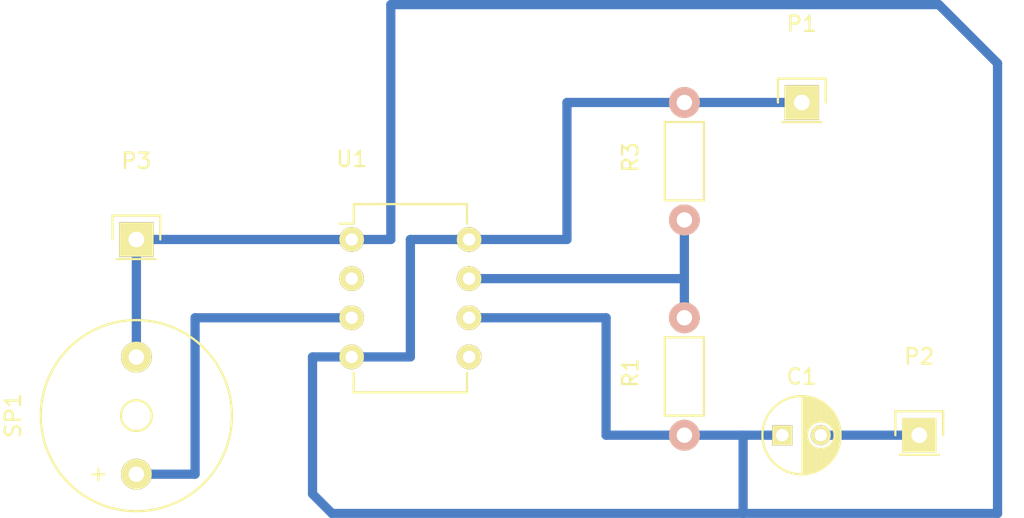
<source format=kicad_pcb>
(kicad_pcb (version 4) (host pcbnew 4.0.3-stable)

  (general
    (links 10)
    (no_connects 4)
    (area 110.364859 78.07488 190.485001 136.955)
    (thickness 1.6)
    (drawings 0)
    (tracks 33)
    (zones 0)
    (modules 8)
    (nets 6)
  )

  (page A4)
  (layers
    (0 F.Cu signal)
    (31 B.Cu signal)
    (32 B.Adhes user)
    (33 F.Adhes user)
    (34 B.Paste user)
    (35 F.Paste user)
    (36 B.SilkS user)
    (37 F.SilkS user)
    (38 B.Mask user)
    (39 F.Mask user)
    (40 Dwgs.User user)
    (41 Cmts.User user)
    (42 Eco1.User user)
    (43 Eco2.User user)
    (44 Edge.Cuts user)
    (45 Margin user)
    (46 B.CrtYd user)
    (47 F.CrtYd user)
    (48 B.Fab user)
    (49 F.Fab user)
  )

  (setup
    (last_trace_width 0.6)
    (trace_clearance 0.3)
    (zone_clearance 0.508)
    (zone_45_only no)
    (trace_min 0.3)
    (segment_width 0.2)
    (edge_width 0.15)
    (via_size 0.6)
    (via_drill 0.4)
    (via_min_size 0.4)
    (via_min_drill 0.3)
    (uvia_size 0.3)
    (uvia_drill 0.1)
    (uvias_allowed no)
    (uvia_min_size 0.2)
    (uvia_min_drill 0.1)
    (pcb_text_width 0.3)
    (pcb_text_size 1.5 1.5)
    (mod_edge_width 0.15)
    (mod_text_size 1 1)
    (mod_text_width 0.15)
    (pad_size 1.524 1.524)
    (pad_drill 0.762)
    (pad_to_mask_clearance 0.2)
    (aux_axis_origin 0 0)
    (visible_elements FFFFF77F)
    (pcbplotparams
      (layerselection 0x00030_80000001)
      (usegerberextensions false)
      (excludeedgelayer true)
      (linewidth 0.100000)
      (plotframeref false)
      (viasonmask false)
      (mode 1)
      (useauxorigin false)
      (hpglpennumber 1)
      (hpglpenspeed 20)
      (hpglpendiameter 15)
      (hpglpenoverlay 2)
      (psnegative false)
      (psa4output false)
      (plotreference true)
      (plotvalue true)
      (plotinvisibletext false)
      (padsonsilk false)
      (subtractmaskfromsilk false)
      (outputformat 1)
      (mirror false)
      (drillshape 1)
      (scaleselection 1)
      (outputdirectory ""))
  )

  (net 0 "")
  (net 1 "Net-(C1-Pad1)")
  (net 2 "Net-(C1-Pad2)")
  (net 3 "Net-(P1-Pad1)")
  (net 4 "Net-(P3-Pad1)")
  (net 5 "Net-(R1-Pad2)")

  (net_class Default "This is the default net class."
    (clearance 0.3)
    (trace_width 0.6)
    (via_dia 0.6)
    (via_drill 0.4)
    (uvia_dia 0.3)
    (uvia_drill 0.1)
    (add_net "Net-(C1-Pad1)")
    (add_net "Net-(C1-Pad2)")
    (add_net "Net-(P1-Pad1)")
    (add_net "Net-(P3-Pad1)")
    (add_net "Net-(R1-Pad2)")
  )

  (module Capacitors_ThroughHole:C_Radial_D5_L6_P2.5 (layer F.Cu) (tedit 0) (tstamp 57E6A168)
    (at 168.91 105.41)
    (descr "Radial Electrolytic Capacitor Diameter 5mm x Length 6mm, Pitch 2.5mm")
    (tags "Electrolytic Capacitor")
    (path /57E6A4FB)
    (fp_text reference C1 (at 1.25 -3.8) (layer F.SilkS)
      (effects (font (size 1 1) (thickness 0.15)))
    )
    (fp_text value CAP (at 1.25 3.8) (layer F.Fab)
      (effects (font (size 1 1) (thickness 0.15)))
    )
    (fp_line (start 1.325 -2.499) (end 1.325 2.499) (layer F.SilkS) (width 0.15))
    (fp_line (start 1.465 -2.491) (end 1.465 2.491) (layer F.SilkS) (width 0.15))
    (fp_line (start 1.605 -2.475) (end 1.605 -0.095) (layer F.SilkS) (width 0.15))
    (fp_line (start 1.605 0.095) (end 1.605 2.475) (layer F.SilkS) (width 0.15))
    (fp_line (start 1.745 -2.451) (end 1.745 -0.49) (layer F.SilkS) (width 0.15))
    (fp_line (start 1.745 0.49) (end 1.745 2.451) (layer F.SilkS) (width 0.15))
    (fp_line (start 1.885 -2.418) (end 1.885 -0.657) (layer F.SilkS) (width 0.15))
    (fp_line (start 1.885 0.657) (end 1.885 2.418) (layer F.SilkS) (width 0.15))
    (fp_line (start 2.025 -2.377) (end 2.025 -0.764) (layer F.SilkS) (width 0.15))
    (fp_line (start 2.025 0.764) (end 2.025 2.377) (layer F.SilkS) (width 0.15))
    (fp_line (start 2.165 -2.327) (end 2.165 -0.835) (layer F.SilkS) (width 0.15))
    (fp_line (start 2.165 0.835) (end 2.165 2.327) (layer F.SilkS) (width 0.15))
    (fp_line (start 2.305 -2.266) (end 2.305 -0.879) (layer F.SilkS) (width 0.15))
    (fp_line (start 2.305 0.879) (end 2.305 2.266) (layer F.SilkS) (width 0.15))
    (fp_line (start 2.445 -2.196) (end 2.445 -0.898) (layer F.SilkS) (width 0.15))
    (fp_line (start 2.445 0.898) (end 2.445 2.196) (layer F.SilkS) (width 0.15))
    (fp_line (start 2.585 -2.114) (end 2.585 -0.896) (layer F.SilkS) (width 0.15))
    (fp_line (start 2.585 0.896) (end 2.585 2.114) (layer F.SilkS) (width 0.15))
    (fp_line (start 2.725 -2.019) (end 2.725 -0.871) (layer F.SilkS) (width 0.15))
    (fp_line (start 2.725 0.871) (end 2.725 2.019) (layer F.SilkS) (width 0.15))
    (fp_line (start 2.865 -1.908) (end 2.865 -0.823) (layer F.SilkS) (width 0.15))
    (fp_line (start 2.865 0.823) (end 2.865 1.908) (layer F.SilkS) (width 0.15))
    (fp_line (start 3.005 -1.78) (end 3.005 -0.745) (layer F.SilkS) (width 0.15))
    (fp_line (start 3.005 0.745) (end 3.005 1.78) (layer F.SilkS) (width 0.15))
    (fp_line (start 3.145 -1.631) (end 3.145 -0.628) (layer F.SilkS) (width 0.15))
    (fp_line (start 3.145 0.628) (end 3.145 1.631) (layer F.SilkS) (width 0.15))
    (fp_line (start 3.285 -1.452) (end 3.285 -0.44) (layer F.SilkS) (width 0.15))
    (fp_line (start 3.285 0.44) (end 3.285 1.452) (layer F.SilkS) (width 0.15))
    (fp_line (start 3.425 -1.233) (end 3.425 1.233) (layer F.SilkS) (width 0.15))
    (fp_line (start 3.565 -0.944) (end 3.565 0.944) (layer F.SilkS) (width 0.15))
    (fp_line (start 3.705 -0.472) (end 3.705 0.472) (layer F.SilkS) (width 0.15))
    (fp_circle (center 2.5 0) (end 2.5 -0.9) (layer F.SilkS) (width 0.15))
    (fp_circle (center 1.25 0) (end 1.25 -2.5375) (layer F.SilkS) (width 0.15))
    (fp_circle (center 1.25 0) (end 1.25 -2.8) (layer F.CrtYd) (width 0.05))
    (pad 1 thru_hole rect (at 0 0) (size 1.3 1.3) (drill 0.8) (layers *.Cu *.Mask F.SilkS)
      (net 1 "Net-(C1-Pad1)"))
    (pad 2 thru_hole circle (at 2.5 0) (size 1.3 1.3) (drill 0.8) (layers *.Cu *.Mask F.SilkS)
      (net 2 "Net-(C1-Pad2)"))
    (model Capacitors_ThroughHole.3dshapes/C_Radial_D5_L6_P2.5.wrl
      (at (xyz 0.0492126 0 0))
      (scale (xyz 1 1 1))
      (rotate (xyz 0 0 90))
    )
  )

  (module Pin_Headers:Pin_Header_Straight_1x01 (layer F.Cu) (tedit 54EA08DC) (tstamp 57E6A16D)
    (at 170.18 83.82)
    (descr "Through hole pin header")
    (tags "pin header")
    (path /57E6AEE6)
    (fp_text reference P1 (at 0 -5.1) (layer F.SilkS)
      (effects (font (size 1 1) (thickness 0.15)))
    )
    (fp_text value "1 - CONN_01X01" (at 0 -3.1) (layer F.Fab)
      (effects (font (size 1 1) (thickness 0.15)))
    )
    (fp_line (start 1.55 -1.55) (end 1.55 0) (layer F.SilkS) (width 0.15))
    (fp_line (start -1.75 -1.75) (end -1.75 1.75) (layer F.CrtYd) (width 0.05))
    (fp_line (start 1.75 -1.75) (end 1.75 1.75) (layer F.CrtYd) (width 0.05))
    (fp_line (start -1.75 -1.75) (end 1.75 -1.75) (layer F.CrtYd) (width 0.05))
    (fp_line (start -1.75 1.75) (end 1.75 1.75) (layer F.CrtYd) (width 0.05))
    (fp_line (start -1.55 0) (end -1.55 -1.55) (layer F.SilkS) (width 0.15))
    (fp_line (start -1.55 -1.55) (end 1.55 -1.55) (layer F.SilkS) (width 0.15))
    (fp_line (start -1.27 1.27) (end 1.27 1.27) (layer F.SilkS) (width 0.15))
    (pad 1 thru_hole rect (at 0 0) (size 2.2352 2.2352) (drill 1.016) (layers *.Cu *.Mask F.SilkS)
      (net 3 "Net-(P1-Pad1)"))
    (model Pin_Headers.3dshapes/Pin_Header_Straight_1x01.wrl
      (at (xyz 0 0 0))
      (scale (xyz 1 1 1))
      (rotate (xyz 0 0 90))
    )
  )

  (module Pin_Headers:Pin_Header_Straight_1x01 (layer F.Cu) (tedit 54EA08DC) (tstamp 57E6A172)
    (at 177.8 105.41)
    (descr "Through hole pin header")
    (tags "pin header")
    (path /57E6D4BA)
    (fp_text reference P2 (at 0 -5.1) (layer F.SilkS)
      (effects (font (size 1 1) (thickness 0.15)))
    )
    (fp_text value "2 - CONN_01X01" (at 0 -3.1) (layer F.Fab)
      (effects (font (size 1 1) (thickness 0.15)))
    )
    (fp_line (start 1.55 -1.55) (end 1.55 0) (layer F.SilkS) (width 0.15))
    (fp_line (start -1.75 -1.75) (end -1.75 1.75) (layer F.CrtYd) (width 0.05))
    (fp_line (start 1.75 -1.75) (end 1.75 1.75) (layer F.CrtYd) (width 0.05))
    (fp_line (start -1.75 -1.75) (end 1.75 -1.75) (layer F.CrtYd) (width 0.05))
    (fp_line (start -1.75 1.75) (end 1.75 1.75) (layer F.CrtYd) (width 0.05))
    (fp_line (start -1.55 0) (end -1.55 -1.55) (layer F.SilkS) (width 0.15))
    (fp_line (start -1.55 -1.55) (end 1.55 -1.55) (layer F.SilkS) (width 0.15))
    (fp_line (start -1.27 1.27) (end 1.27 1.27) (layer F.SilkS) (width 0.15))
    (pad 1 thru_hole rect (at 0 0) (size 2.2352 2.2352) (drill 1.016) (layers *.Cu *.Mask F.SilkS)
      (net 2 "Net-(C1-Pad2)"))
    (model Pin_Headers.3dshapes/Pin_Header_Straight_1x01.wrl
      (at (xyz 0 0 0))
      (scale (xyz 1 1 1))
      (rotate (xyz 0 0 90))
    )
  )

  (module Pin_Headers:Pin_Header_Straight_1x01 (layer F.Cu) (tedit 54EA08DC) (tstamp 57E6A177)
    (at 127 92.71)
    (descr "Through hole pin header")
    (tags "pin header")
    (path /57E6D652)
    (fp_text reference P3 (at 0 -5.1) (layer F.SilkS)
      (effects (font (size 1 1) (thickness 0.15)))
    )
    (fp_text value "3 - CONN_01X01" (at 0 -3.1) (layer F.Fab)
      (effects (font (size 1 1) (thickness 0.15)))
    )
    (fp_line (start 1.55 -1.55) (end 1.55 0) (layer F.SilkS) (width 0.15))
    (fp_line (start -1.75 -1.75) (end -1.75 1.75) (layer F.CrtYd) (width 0.05))
    (fp_line (start 1.75 -1.75) (end 1.75 1.75) (layer F.CrtYd) (width 0.05))
    (fp_line (start -1.75 -1.75) (end 1.75 -1.75) (layer F.CrtYd) (width 0.05))
    (fp_line (start -1.75 1.75) (end 1.75 1.75) (layer F.CrtYd) (width 0.05))
    (fp_line (start -1.55 0) (end -1.55 -1.55) (layer F.SilkS) (width 0.15))
    (fp_line (start -1.55 -1.55) (end 1.55 -1.55) (layer F.SilkS) (width 0.15))
    (fp_line (start -1.27 1.27) (end 1.27 1.27) (layer F.SilkS) (width 0.15))
    (pad 1 thru_hole rect (at 0 0) (size 2.2352 2.2352) (drill 1.016) (layers *.Cu *.Mask F.SilkS)
      (net 4 "Net-(P3-Pad1)"))
    (model Pin_Headers.3dshapes/Pin_Header_Straight_1x01.wrl
      (at (xyz 0 0 0))
      (scale (xyz 1 1 1))
      (rotate (xyz 0 0 90))
    )
  )

  (module Resistors_ThroughHole:Resistor_Horizontal_RM7mm (layer F.Cu) (tedit 569FCF07) (tstamp 57E6A17D)
    (at 162.56 105.41 90)
    (descr "Resistor, Axial,  RM 7.62mm, 1/3W,")
    (tags "Resistor Axial RM 7.62mm 1/3W R3")
    (path /57E6A4FA)
    (fp_text reference R1 (at 4.05892 -3.50012 90) (layer F.SilkS)
      (effects (font (size 1 1) (thickness 0.15)))
    )
    (fp_text value R (at 3.81 3.81 90) (layer F.Fab)
      (effects (font (size 1 1) (thickness 0.15)))
    )
    (fp_line (start -1.25 -1.5) (end 8.85 -1.5) (layer F.CrtYd) (width 0.05))
    (fp_line (start -1.25 1.5) (end -1.25 -1.5) (layer F.CrtYd) (width 0.05))
    (fp_line (start 8.85 -1.5) (end 8.85 1.5) (layer F.CrtYd) (width 0.05))
    (fp_line (start -1.25 1.5) (end 8.85 1.5) (layer F.CrtYd) (width 0.05))
    (fp_line (start 1.27 -1.27) (end 6.35 -1.27) (layer F.SilkS) (width 0.15))
    (fp_line (start 6.35 -1.27) (end 6.35 1.27) (layer F.SilkS) (width 0.15))
    (fp_line (start 6.35 1.27) (end 1.27 1.27) (layer F.SilkS) (width 0.15))
    (fp_line (start 1.27 1.27) (end 1.27 -1.27) (layer F.SilkS) (width 0.15))
    (pad 1 thru_hole circle (at 0 0 90) (size 1.99898 1.99898) (drill 1.00076) (layers *.Cu *.SilkS *.Mask)
      (net 3 "Net-(P1-Pad1)"))
    (pad 2 thru_hole circle (at 7.62 0 90) (size 1.99898 1.99898) (drill 1.00076) (layers *.Cu *.SilkS *.Mask)
      (net 5 "Net-(R1-Pad2)"))
  )

  (module Resistors_ThroughHole:Resistor_Horizontal_RM7mm (layer F.Cu) (tedit 569FCF07) (tstamp 57E6A183)
    (at 162.56 91.44 90)
    (descr "Resistor, Axial,  RM 7.62mm, 1/3W,")
    (tags "Resistor Axial RM 7.62mm 1/3W R3")
    (path /57E6A4F9)
    (fp_text reference R3 (at 4.05892 -3.50012 90) (layer F.SilkS)
      (effects (font (size 1 1) (thickness 0.15)))
    )
    (fp_text value R (at 3.81 3.81 90) (layer F.Fab)
      (effects (font (size 1 1) (thickness 0.15)))
    )
    (fp_line (start -1.25 -1.5) (end 8.85 -1.5) (layer F.CrtYd) (width 0.05))
    (fp_line (start -1.25 1.5) (end -1.25 -1.5) (layer F.CrtYd) (width 0.05))
    (fp_line (start 8.85 -1.5) (end 8.85 1.5) (layer F.CrtYd) (width 0.05))
    (fp_line (start -1.25 1.5) (end 8.85 1.5) (layer F.CrtYd) (width 0.05))
    (fp_line (start 1.27 -1.27) (end 6.35 -1.27) (layer F.SilkS) (width 0.15))
    (fp_line (start 6.35 -1.27) (end 6.35 1.27) (layer F.SilkS) (width 0.15))
    (fp_line (start 6.35 1.27) (end 1.27 1.27) (layer F.SilkS) (width 0.15))
    (fp_line (start 1.27 1.27) (end 1.27 -1.27) (layer F.SilkS) (width 0.15))
    (pad 1 thru_hole circle (at 0 0 90) (size 1.99898 1.99898) (drill 1.00076) (layers *.Cu *.SilkS *.Mask)
      (net 5 "Net-(R1-Pad2)"))
    (pad 2 thru_hole circle (at 7.62 0 90) (size 1.99898 1.99898) (drill 1.00076) (layers *.Cu *.SilkS *.Mask)
      (net 1 "Net-(C1-Pad1)"))
  )

  (module Buzzers_Beepers:Buzzer_12x9.5RM7.6 (layer F.Cu) (tedit 544E361A) (tstamp 57E6A189)
    (at 127 104.14 90)
    (descr "Generic Buzzer, D12mm height 9.5mm with RM7.6mm")
    (tags buzzer)
    (path /57E6A4F8)
    (fp_text reference SP1 (at 0 -8.001 90) (layer F.SilkS)
      (effects (font (size 1 1) (thickness 0.15)))
    )
    (fp_text value "Buzzer AL11P" (at -1.00076 8.001 90) (layer F.Fab)
      (effects (font (size 1 1) (thickness 0.15)))
    )
    (fp_circle (center 0 0) (end 1.00076 0) (layer F.SilkS) (width 0.15))
    (fp_text user + (at -3.81 -2.54 90) (layer F.SilkS)
      (effects (font (size 1 1) (thickness 0.15)))
    )
    (fp_circle (center 0 0) (end 6.20014 0) (layer F.SilkS) (width 0.15))
    (pad 1 thru_hole circle (at -3.79984 0 90) (size 2 2) (drill 1.00076) (layers *.Cu *.Mask F.SilkS))
    (pad 2 thru_hole circle (at 3.79984 0 90) (size 2 2) (drill 1.00076) (layers *.Cu *.Mask F.SilkS))
    (model Buzzers_Beepers.3dshapes/Buzzer_12x9.5RM7.6.wrl
      (at (xyz 0 0 0))
      (scale (xyz 4 4 4))
      (rotate (xyz 0 0 0))
    )
  )

  (module Housings_DIP:DIP-8_W7.62mm (layer F.Cu) (tedit 54130A77) (tstamp 57E6A195)
    (at 140.97 92.71)
    (descr "8-lead dip package, row spacing 7.62 mm (300 mils)")
    (tags "dil dip 2.54 300")
    (path /57E6A4F7)
    (fp_text reference U1 (at 0 -5.22) (layer F.SilkS)
      (effects (font (size 1 1) (thickness 0.15)))
    )
    (fp_text value TLC555 (at 0 -3.72) (layer F.Fab)
      (effects (font (size 1 1) (thickness 0.15)))
    )
    (fp_line (start -1.05 -2.45) (end -1.05 10.1) (layer F.CrtYd) (width 0.05))
    (fp_line (start 8.65 -2.45) (end 8.65 10.1) (layer F.CrtYd) (width 0.05))
    (fp_line (start -1.05 -2.45) (end 8.65 -2.45) (layer F.CrtYd) (width 0.05))
    (fp_line (start -1.05 10.1) (end 8.65 10.1) (layer F.CrtYd) (width 0.05))
    (fp_line (start 0.135 -2.295) (end 0.135 -1.025) (layer F.SilkS) (width 0.15))
    (fp_line (start 7.485 -2.295) (end 7.485 -1.025) (layer F.SilkS) (width 0.15))
    (fp_line (start 7.485 9.915) (end 7.485 8.645) (layer F.SilkS) (width 0.15))
    (fp_line (start 0.135 9.915) (end 0.135 8.645) (layer F.SilkS) (width 0.15))
    (fp_line (start 0.135 -2.295) (end 7.485 -2.295) (layer F.SilkS) (width 0.15))
    (fp_line (start 0.135 9.915) (end 7.485 9.915) (layer F.SilkS) (width 0.15))
    (fp_line (start 0.135 -1.025) (end -0.8 -1.025) (layer F.SilkS) (width 0.15))
    (pad 1 thru_hole oval (at 0 0) (size 1.6 1.6) (drill 0.8) (layers *.Cu *.Mask F.SilkS)
      (net 4 "Net-(P3-Pad1)"))
    (pad 2 thru_hole oval (at 0 2.54) (size 1.6 1.6) (drill 0.8) (layers *.Cu *.Mask F.SilkS)
      (net 1 "Net-(C1-Pad1)"))
    (pad 3 thru_hole oval (at 0 5.08) (size 1.6 1.6) (drill 0.8) (layers *.Cu *.Mask F.SilkS))
    (pad 4 thru_hole oval (at 0 7.62) (size 1.6 1.6) (drill 0.8) (layers *.Cu *.Mask F.SilkS)
      (net 3 "Net-(P1-Pad1)"))
    (pad 5 thru_hole oval (at 7.62 7.62) (size 1.6 1.6) (drill 0.8) (layers *.Cu *.Mask F.SilkS))
    (pad 6 thru_hole oval (at 7.62 5.08) (size 1.6 1.6) (drill 0.8) (layers *.Cu *.Mask F.SilkS)
      (net 1 "Net-(C1-Pad1)"))
    (pad 7 thru_hole oval (at 7.62 2.54) (size 1.6 1.6) (drill 0.8) (layers *.Cu *.Mask F.SilkS)
      (net 5 "Net-(R1-Pad2)"))
    (pad 8 thru_hole oval (at 7.62 0) (size 1.6 1.6) (drill 0.8) (layers *.Cu *.Mask F.SilkS)
      (net 3 "Net-(P1-Pad1)"))
    (model Housings_DIP.3dshapes/DIP-8_W7.62mm.wrl
      (at (xyz 0 0 0))
      (scale (xyz 1 1 1))
      (rotate (xyz 0 0 0))
    )
  )

  (segment (start 127 107.93984) (end 130.79984 107.93984) (width 0.6) (layer B.Cu) (net 0) (status 400000))
  (segment (start 130.81 97.79) (end 140.97 97.79) (width 0.6) (layer B.Cu) (net 0) (tstamp 57E6A302) (status 800000))
  (segment (start 130.81 107.92968) (end 130.81 97.79) (width 0.6) (layer B.Cu) (net 0) (tstamp 57E6A2FD))
  (segment (start 130.79984 107.93984) (end 130.81 107.92968) (width 0.6) (layer B.Cu) (net 0) (tstamp 57E6A2FB))
  (segment (start 162.56 83.82) (end 154.94 83.82) (width 0.6) (layer B.Cu) (net 1) (status 400000))
  (segment (start 154.94 92.71) (end 148.59 92.71) (width 0.6) (layer B.Cu) (net 1) (tstamp 57E6A31F) (status 800000))
  (segment (start 154.94 83.82) (end 154.94 92.71) (width 0.6) (layer B.Cu) (net 1) (tstamp 57E6A31B))
  (segment (start 171.41 105.41) (end 177.8 105.41) (width 0.6) (layer B.Cu) (net 2) (status C00000))
  (segment (start 170.18 83.82) (end 162.56 83.82) (width 0.6) (layer B.Cu) (net 3) (status C00000))
  (segment (start 140.97 100.33) (end 138.43 100.33) (width 0.6) (layer B.Cu) (net 3) (status 400000))
  (segment (start 166.37 110.49) (end 166.37 105.41) (width 0.6) (layer B.Cu) (net 3) (tstamp 57E6A3D6))
  (segment (start 139.7 110.49) (end 166.37 110.49) (width 0.6) (layer B.Cu) (net 3) (tstamp 57E6A3D3))
  (segment (start 138.43 109.22) (end 139.7 110.49) (width 0.6) (layer B.Cu) (net 3) (tstamp 57E6A3CE))
  (segment (start 138.43 100.33) (end 138.43 109.22) (width 0.6) (layer B.Cu) (net 3) (tstamp 57E6A3CD))
  (segment (start 162.56 105.41) (end 166.37 105.41) (width 0.6) (layer B.Cu) (net 3) (status 400000))
  (segment (start 166.37 105.41) (end 168.91 105.41) (width 0.6) (layer B.Cu) (net 3) (tstamp 57E6A3DC) (status 800000))
  (segment (start 162.56 105.41) (end 157.48 105.41) (width 0.6) (layer B.Cu) (net 3) (status 400000))
  (segment (start 157.48 97.79) (end 148.59 97.79) (width 0.6) (layer B.Cu) (net 3) (tstamp 57E6A372) (status 800000))
  (segment (start 157.48 105.41) (end 157.48 97.79) (width 0.6) (layer B.Cu) (net 3) (tstamp 57E6A370))
  (segment (start 148.59 92.71) (end 144.78 92.71) (width 0.6) (layer B.Cu) (net 3) (status 400000))
  (segment (start 144.78 100.33) (end 140.97 100.33) (width 0.6) (layer B.Cu) (net 3) (tstamp 57E6A361) (status 800000))
  (segment (start 144.78 92.71) (end 144.78 100.33) (width 0.6) (layer B.Cu) (net 3) (tstamp 57E6A35F))
  (segment (start 140.97 92.71) (end 143.51 92.71) (width 0.6) (layer B.Cu) (net 4) (status 400000))
  (segment (start 182.88 110.49) (end 166.37 110.49) (width 0.6) (layer B.Cu) (net 4) (tstamp 57E6A40E))
  (segment (start 182.88 81.28) (end 182.88 110.49) (width 0.6) (layer B.Cu) (net 4) (tstamp 57E6A406))
  (segment (start 179.07 77.47) (end 182.88 81.28) (width 0.6) (layer B.Cu) (net 4) (tstamp 57E6A402))
  (segment (start 143.51 77.47) (end 179.07 77.47) (width 0.6) (layer B.Cu) (net 4) (tstamp 57E6A3FD))
  (segment (start 143.51 92.71) (end 143.51 77.47) (width 0.6) (layer B.Cu) (net 4) (tstamp 57E6A3FB))
  (segment (start 127 92.71) (end 127 100.34016) (width 0.6) (layer B.Cu) (net 4) (status C00000))
  (segment (start 127 92.71) (end 140.97 92.71) (width 0.6) (layer B.Cu) (net 4))
  (segment (start 162.56 95.25) (end 148.59 95.25) (width 0.6) (layer B.Cu) (net 5) (status 800000))
  (segment (start 162.56 91.44) (end 162.56 95.25) (width 0.6) (layer B.Cu) (net 5) (status 400000))
  (segment (start 162.56 95.25) (end 162.56 97.79) (width 0.6) (layer B.Cu) (net 5) (tstamp 57E6A333))

)

</source>
